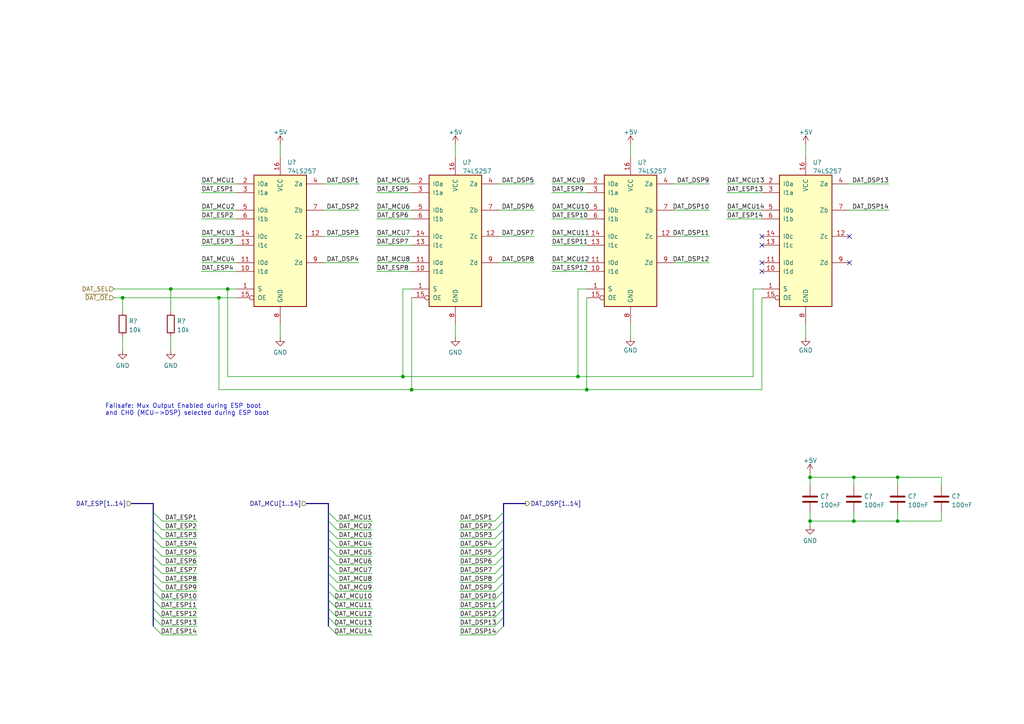
<source format=kicad_sch>
(kicad_sch (version 20211123) (generator eeschema)
  (paper "A4")
  (lib_symbols
    (symbol "74xx:74LS257" (pin_names (offset 1.016))
      (property "Reference" "U" (at -7.62 19.05 0))
      (property "Value" "74LS257" (at -7.62 -21.59 0))
      (symbol "74LS257_1_0"
        (pin input line (at -12.7 -15.24 0) (length 5.08) (name "S") (number "1"))
        (pin input line (at -12.7 -10.16 0) (length 5.08) (name "I1d") (number "10"))
        (pin input line (at -12.7 -7.62 0) (length 5.08) (name "I0d") (number "11"))
        (pin tri_state line (at 12.7 0 180) (length 5.08) (name "Zc") (number "12"))
        (pin input line (at -12.7 -2.54 0) (length 5.08) (name "I1c") (number "13"))
        (pin input line (at -12.7 0 0) (length 5.08) (name "I0c") (number "14"))
        (pin input inverted (at -12.7 -17.78 0) (length 5.08) (name "OE") (number "15"))
        (pin power_in line (at 0 22.86 270) (length 5.08) (name "VCC") (number "16"))
        (pin input line (at -12.7 15.24 0) (length 5.08) (name "I0a") (number "2"))
        (pin input line (at -12.7 12.7 0) (length 5.08) (name "I1a") (number "3"))
        (pin tri_state line (at 12.7 15.24 180) (length 5.08) (name "Za") (number "4"))
        (pin input line (at -12.7 7.62 0) (length 5.08) (name "I0b") (number "5"))
        (pin input line (at -12.7 5.08 0) (length 5.08) (name "I1b") (number "6"))
        (pin tri_state line (at 12.7 7.62 180) (length 5.08) (name "Zb") (number "7"))
        (pin power_in line (at 0 -25.4 90) (length 5.08) (name "GND") (number "8"))
        (pin tri_state line (at 12.7 -7.62 180) (length 5.08) (name "Zd") (number "9"))
      )
      (symbol "74LS257_1_1"
        (rectangle (start -7.62 17.78) (end 7.62 -20.32) (stroke (width 0.254)) (fill (type background)))
      )
    )
    (symbol "Device:C" (pin_numbers hide) (pin_names (offset 0.254))
      (property "Reference" "C" (at 0.635 2.54 0))
      (property "Value" "C" (at 0.635 -2.54 0))
      (symbol "C_0_1"
        (polyline (pts (xy -2.032 -0.762) (xy 2.032 -0.762)) (stroke (width 0.508)))
        (polyline (pts (xy -2.032 0.762) (xy 2.032 0.762)) (stroke (width 0.508)))
      )
      (symbol "C_1_1"
        (pin passive line (at 0 3.81 270) (length 2.794) (name "~") (number "1"))
        (pin passive line (at 0 -3.81 90) (length 2.794) (name "~") (number "2"))
      )
    )
    (symbol "Device:R" (pin_numbers hide) (pin_names (offset 0))
      (property "Reference" "R" (at 2.032 0 90))
      (property "Value" "R" (at 0 0 90))
      (symbol "R_0_1"
        (rectangle (start -1.016 -2.54) (end 1.016 2.54) (stroke (width 0.254)))
      )
      (symbol "R_1_1"
        (pin passive line (at 0 3.81 270) (length 1.27) (name "~") (number "1"))
        (pin passive line (at 0 -3.81 90) (length 1.27) (name "~") (number "2"))
      )
    )
    (symbol "power:+5V" (power) (pin_names (offset 0))
      (property "Value" "+5V" (at 0 3.556 0))
      (symbol "+5V_0_1"
        (polyline (pts (xy -0.762 1.27) (xy 0 2.54)))
        (polyline (pts (xy 0 0) (xy 0 2.54)))
        (polyline (pts (xy 0 2.54) (xy 0.762 1.27)))
      )
      (symbol "+5V_1_1"
        (pin power_in line (at 0 0 90) (length 0) hide (name "+5V") (number "1"))
      )
    )
    (symbol "power:GND" (power) (pin_names (offset 0))
      (property "Value" "GND" (at 0 -3.81 0))
      (symbol "GND_0_1"
        (polyline (pts (xy 0 0) (xy 0 -1.27) (xy 1.27 -1.27) (xy 0 -2.54) (xy -1.27 -1.27) (xy 0 -1.27)))
      )
      (symbol "GND_1_1"
        (pin power_in line (at 0 0 270) (length 0) hide (name "GND") (number "1"))
      )
    )
  )
  (junction (at 167.64 109.22))
  (junction (at 247.65 151.13))
  (junction (at 234.95 151.13))
  (junction (at 116.84 109.22))
  (junction (at 119.38 113.03))
  (junction (at 63.5 86.36))
  (junction (at 66.04 83.82))
  (junction (at 49.53 83.82))
  (junction (at 260.35 151.13))
  (junction (at 35.56 86.36))
  (junction (at 234.95 138.43))
  (junction (at 260.35 138.43))
  (junction (at 247.65 138.43))
  (junction (at 170.18 113.03))
  (no_connect (at 220.98 76.2))
  (no_connect (at 246.38 76.2))
  (no_connect (at 220.98 71.12))
  (no_connect (at 246.38 68.58))
  (no_connect (at 220.98 68.58))
  (no_connect (at 220.98 78.74))
  (bus_entry (at 146.05 179.07) (size -2.54 2.54))
  (bus_entry (at 95.25 173.99) (size 2.54 2.54))
  (bus_entry (at 44.45 171.45) (size 2.54 2.54))
  (bus_entry (at 146.05 158.75) (size -2.54 2.54))
  (bus_entry (at 95.25 151.13) (size 2.54 2.54))
  (bus_entry (at 146.05 181.61) (size -2.54 2.54))
  (bus_entry (at 146.05 173.99) (size -2.54 2.54))
  (bus_entry (at 146.05 168.91) (size -2.54 2.54))
  (bus_entry (at 95.25 166.37) (size 2.54 2.54))
  (bus_entry (at 146.05 161.29) (size -2.54 2.54))
  (bus_entry (at 44.45 181.61) (size 2.54 2.54))
  (bus_entry (at 95.25 158.75) (size 2.54 2.54))
  (bus_entry (at 146.05 148.59) (size -2.54 2.54))
  (bus_entry (at 44.45 176.53) (size 2.54 2.54))
  (bus_entry (at 146.05 163.83) (size -2.54 2.54))
  (bus_entry (at 44.45 166.37) (size 2.54 2.54))
  (bus_entry (at 146.05 151.13) (size -2.54 2.54))
  (bus_entry (at 146.05 153.67) (size -2.54 2.54))
  (bus_entry (at 95.25 171.45) (size 2.54 2.54))
  (bus_entry (at 95.25 179.07) (size 2.54 2.54))
  (bus_entry (at 95.25 176.53) (size 2.54 2.54))
  (bus_entry (at 95.25 153.67) (size 2.54 2.54))
  (bus_entry (at 146.05 171.45) (size -2.54 2.54))
  (bus_entry (at 44.45 163.83) (size 2.54 2.54))
  (bus_entry (at 44.45 151.13) (size 2.54 2.54))
  (bus_entry (at 146.05 166.37) (size -2.54 2.54))
  (bus_entry (at 95.25 181.61) (size 2.54 2.54))
  (bus_entry (at 95.25 148.59) (size 2.54 2.54))
  (bus_entry (at 44.45 173.99) (size 2.54 2.54))
  (bus_entry (at 44.45 158.75) (size 2.54 2.54))
  (bus_entry (at 95.25 168.91) (size 2.54 2.54))
  (bus_entry (at 95.25 163.83) (size 2.54 2.54))
  (bus_entry (at 146.05 176.53) (size -2.54 2.54))
  (bus_entry (at 44.45 156.21) (size 2.54 2.54))
  (bus_entry (at 44.45 153.67) (size 2.54 2.54))
  (bus_entry (at 44.45 179.07) (size 2.54 2.54))
  (bus_entry (at 95.25 156.21) (size 2.54 2.54))
  (bus_entry (at 95.25 161.29) (size 2.54 2.54))
  (bus_entry (at 44.45 168.91) (size 2.54 2.54))
  (bus_entry (at 146.05 156.21) (size -2.54 2.54))
  (bus_entry (at 44.45 161.29) (size 2.54 2.54))
  (bus_entry (at 44.45 148.59) (size 2.54 2.54))
  (wire (pts (xy 46.99 179.07) (xy 57.15 179.07)))
  (wire (pts (xy 234.95 138.43) (xy 234.95 140.97)))
  (bus (pts (xy 95.25 156.21) (xy 95.25 158.75)))
  (wire (pts (xy 46.99 181.61) (xy 57.15 181.61)))
  (wire (pts (xy 234.95 148.59) (xy 234.95 151.13)))
  (bus (pts (xy 146.05 171.45) (xy 146.05 173.99)))
  (wire (pts (xy 58.42 78.74) (xy 68.58 78.74)))
  (wire (pts (xy 93.98 60.96) (xy 104.14 60.96)))
  (wire (pts (xy 97.79 161.29) (xy 107.95 161.29)))
  (bus (pts (xy 44.45 173.99) (xy 44.45 176.53)))
  (wire (pts (xy 58.42 68.58) (xy 68.58 68.58)))
  (wire (pts (xy 260.35 151.13) (xy 273.05 151.13)))
  (bus (pts (xy 146.05 153.67) (xy 146.05 156.21)))
  (wire (pts (xy 116.84 83.82) (xy 116.84 109.22)))
  (wire (pts (xy 66.04 83.82) (xy 68.58 83.82)))
  (bus (pts (xy 44.45 163.83) (xy 44.45 166.37)))
  (wire (pts (xy 116.84 109.22) (xy 167.64 109.22)))
  (wire (pts (xy 133.35 158.75) (xy 143.51 158.75)))
  (bus (pts (xy 146.05 166.37) (xy 146.05 168.91)))
  (bus (pts (xy 95.25 151.13) (xy 95.25 153.67)))
  (bus (pts (xy 38.1 146.05) (xy 44.45 146.05)))
  (wire (pts (xy 46.99 158.75) (xy 57.15 158.75)))
  (wire (pts (xy 260.35 148.59) (xy 260.35 151.13)))
  (wire (pts (xy 97.79 171.45) (xy 107.95 171.45)))
  (wire (pts (xy 58.42 60.96) (xy 68.58 60.96)))
  (bus (pts (xy 146.05 161.29) (xy 146.05 163.83)))
  (bus (pts (xy 95.25 161.29) (xy 95.25 163.83)))
  (bus (pts (xy 44.45 156.21) (xy 44.45 158.75)))
  (bus (pts (xy 44.45 179.07) (xy 44.45 181.61)))
  (wire (pts (xy 133.35 151.13) (xy 143.51 151.13)))
  (wire (pts (xy 247.65 151.13) (xy 234.95 151.13)))
  (wire (pts (xy 160.02 63.5) (xy 170.18 63.5)))
  (bus (pts (xy 44.45 146.05) (xy 44.45 148.59)))
  (wire (pts (xy 46.99 168.91) (xy 57.15 168.91)))
  (bus (pts (xy 95.25 146.05) (xy 95.25 148.59)))
  (wire (pts (xy 210.82 63.5) (xy 220.98 63.5)))
  (wire (pts (xy 195.58 68.58) (xy 205.74 68.58)))
  (bus (pts (xy 95.25 153.67) (xy 95.25 156.21)))
  (wire (pts (xy 195.58 60.96) (xy 205.74 60.96)))
  (wire (pts (xy 160.02 60.96) (xy 170.18 60.96)))
  (wire (pts (xy 182.88 93.98) (xy 182.88 97.79)))
  (wire (pts (xy 97.79 163.83) (xy 107.95 163.83)))
  (wire (pts (xy 218.44 109.22) (xy 218.44 83.82)))
  (bus (pts (xy 44.45 168.91) (xy 44.45 171.45)))
  (wire (pts (xy 220.98 113.03) (xy 170.18 113.03)))
  (wire (pts (xy 58.42 63.5) (xy 68.58 63.5)))
  (wire (pts (xy 109.22 71.12) (xy 119.38 71.12)))
  (wire (pts (xy 46.99 176.53) (xy 57.15 176.53)))
  (wire (pts (xy 246.38 53.34) (xy 257.81 53.34)))
  (wire (pts (xy 35.56 86.36) (xy 63.5 86.36)))
  (bus (pts (xy 146.05 176.53) (xy 146.05 179.07)))
  (wire (pts (xy 46.99 161.29) (xy 57.15 161.29)))
  (wire (pts (xy 167.64 83.82) (xy 167.64 109.22)))
  (wire (pts (xy 97.79 156.21) (xy 107.95 156.21)))
  (wire (pts (xy 247.65 140.97) (xy 247.65 138.43)))
  (wire (pts (xy 66.04 83.82) (xy 66.04 109.22)))
  (bus (pts (xy 95.25 163.83) (xy 95.25 166.37)))
  (wire (pts (xy 218.44 83.82) (xy 220.98 83.82)))
  (wire (pts (xy 63.5 86.36) (xy 68.58 86.36)))
  (wire (pts (xy 93.98 53.34) (xy 104.14 53.34)))
  (wire (pts (xy 133.35 171.45) (xy 143.51 171.45)))
  (wire (pts (xy 119.38 113.03) (xy 119.38 86.36)))
  (bus (pts (xy 44.45 153.67) (xy 44.45 156.21)))
  (bus (pts (xy 44.45 158.75) (xy 44.45 161.29)))
  (wire (pts (xy 58.42 76.2) (xy 68.58 76.2)))
  (wire (pts (xy 133.35 163.83) (xy 143.51 163.83)))
  (wire (pts (xy 93.98 68.58) (xy 104.14 68.58)))
  (wire (pts (xy 46.99 156.21) (xy 57.15 156.21)))
  (wire (pts (xy 49.53 97.79) (xy 49.53 101.6)))
  (bus (pts (xy 95.25 179.07) (xy 95.25 181.61)))
  (wire (pts (xy 97.79 179.07) (xy 107.95 179.07)))
  (wire (pts (xy 144.78 76.2) (xy 154.94 76.2)))
  (wire (pts (xy 210.82 60.96) (xy 220.98 60.96)))
  (wire (pts (xy 195.58 53.34) (xy 205.74 53.34)))
  (wire (pts (xy 144.78 60.96) (xy 154.94 60.96)))
  (bus (pts (xy 95.25 148.59) (xy 95.25 151.13)))
  (wire (pts (xy 133.35 153.67) (xy 143.51 153.67)))
  (wire (pts (xy 234.95 137.16) (xy 234.95 138.43)))
  (wire (pts (xy 260.35 151.13) (xy 247.65 151.13)))
  (wire (pts (xy 170.18 113.03) (xy 119.38 113.03)))
  (wire (pts (xy 46.99 166.37) (xy 57.15 166.37)))
  (wire (pts (xy 93.98 76.2) (xy 104.14 76.2)))
  (wire (pts (xy 144.78 68.58) (xy 154.94 68.58)))
  (wire (pts (xy 109.22 53.34) (xy 119.38 53.34)))
  (wire (pts (xy 160.02 71.12) (xy 170.18 71.12)))
  (bus (pts (xy 146.05 179.07) (xy 146.05 181.61)))
  (wire (pts (xy 109.22 63.5) (xy 119.38 63.5)))
  (bus (pts (xy 44.45 161.29) (xy 44.45 163.83)))
  (bus (pts (xy 95.25 158.75) (xy 95.25 161.29)))
  (wire (pts (xy 133.35 173.99) (xy 143.51 173.99)))
  (wire (pts (xy 167.64 109.22) (xy 218.44 109.22)))
  (wire (pts (xy 260.35 138.43) (xy 247.65 138.43)))
  (wire (pts (xy 97.79 181.61) (xy 107.95 181.61)))
  (wire (pts (xy 160.02 78.74) (xy 170.18 78.74)))
  (wire (pts (xy 81.28 41.91) (xy 81.28 45.72)))
  (wire (pts (xy 35.56 90.17) (xy 35.56 86.36)))
  (wire (pts (xy 46.99 173.99) (xy 57.15 173.99)))
  (wire (pts (xy 49.53 83.82) (xy 49.53 90.17)))
  (wire (pts (xy 220.98 86.36) (xy 220.98 113.03)))
  (wire (pts (xy 97.79 184.15) (xy 107.95 184.15)))
  (wire (pts (xy 109.22 55.88) (xy 119.38 55.88)))
  (bus (pts (xy 152.4 146.05) (xy 146.05 146.05)))
  (wire (pts (xy 109.22 60.96) (xy 119.38 60.96)))
  (wire (pts (xy 246.38 60.96) (xy 257.81 60.96)))
  (wire (pts (xy 97.79 173.99) (xy 107.95 173.99)))
  (wire (pts (xy 97.79 151.13) (xy 107.95 151.13)))
  (bus (pts (xy 146.05 151.13) (xy 146.05 153.67)))
  (bus (pts (xy 95.25 166.37) (xy 95.25 168.91)))
  (wire (pts (xy 33.02 83.82) (xy 49.53 83.82)))
  (wire (pts (xy 97.79 168.91) (xy 107.95 168.91)))
  (wire (pts (xy 210.82 53.34) (xy 220.98 53.34)))
  (bus (pts (xy 44.45 171.45) (xy 44.45 173.99)))
  (wire (pts (xy 97.79 166.37) (xy 107.95 166.37)))
  (wire (pts (xy 66.04 109.22) (xy 116.84 109.22)))
  (wire (pts (xy 109.22 76.2) (xy 119.38 76.2)))
  (wire (pts (xy 46.99 153.67) (xy 57.15 153.67)))
  (bus (pts (xy 146.05 156.21) (xy 146.05 158.75)))
  (wire (pts (xy 233.68 41.91) (xy 233.68 45.72)))
  (wire (pts (xy 170.18 83.82) (xy 167.64 83.82)))
  (wire (pts (xy 81.28 93.98) (xy 81.28 97.79)))
  (wire (pts (xy 160.02 68.58) (xy 170.18 68.58)))
  (wire (pts (xy 97.79 153.67) (xy 107.95 153.67)))
  (bus (pts (xy 88.9 146.05) (xy 95.25 146.05)))
  (wire (pts (xy 247.65 138.43) (xy 234.95 138.43)))
  (wire (pts (xy 233.68 93.98) (xy 233.68 97.79)))
  (bus (pts (xy 146.05 163.83) (xy 146.05 166.37)))
  (wire (pts (xy 119.38 83.82) (xy 116.84 83.82)))
  (wire (pts (xy 119.38 113.03) (xy 63.5 113.03)))
  (wire (pts (xy 97.79 176.53) (xy 107.95 176.53)))
  (wire (pts (xy 133.35 176.53) (xy 143.51 176.53)))
  (wire (pts (xy 144.78 53.34) (xy 154.94 53.34)))
  (wire (pts (xy 133.35 166.37) (xy 143.51 166.37)))
  (wire (pts (xy 182.88 41.91) (xy 182.88 45.72)))
  (wire (pts (xy 273.05 138.43) (xy 260.35 138.43)))
  (wire (pts (xy 97.79 158.75) (xy 107.95 158.75)))
  (wire (pts (xy 195.58 76.2) (xy 205.74 76.2)))
  (wire (pts (xy 260.35 140.97) (xy 260.35 138.43)))
  (wire (pts (xy 46.99 184.15) (xy 57.15 184.15)))
  (wire (pts (xy 170.18 113.03) (xy 170.18 86.36)))
  (wire (pts (xy 109.22 68.58) (xy 119.38 68.58)))
  (bus (pts (xy 44.45 148.59) (xy 44.45 151.13)))
  (wire (pts (xy 46.99 163.83) (xy 57.15 163.83)))
  (wire (pts (xy 46.99 171.45) (xy 57.15 171.45)))
  (wire (pts (xy 49.53 83.82) (xy 66.04 83.82)))
  (wire (pts (xy 109.22 78.74) (xy 119.38 78.74)))
  (wire (pts (xy 273.05 140.97) (xy 273.05 138.43)))
  (wire (pts (xy 234.95 151.13) (xy 234.95 152.4)))
  (bus (pts (xy 146.05 158.75) (xy 146.05 161.29)))
  (wire (pts (xy 133.35 179.07) (xy 143.51 179.07)))
  (wire (pts (xy 160.02 53.34) (xy 170.18 53.34)))
  (wire (pts (xy 58.42 55.88) (xy 68.58 55.88)))
  (wire (pts (xy 273.05 148.59) (xy 273.05 151.13)))
  (wire (pts (xy 133.35 156.21) (xy 143.51 156.21)))
  (wire (pts (xy 133.35 181.61) (xy 143.51 181.61)))
  (wire (pts (xy 58.42 71.12) (xy 68.58 71.12)))
  (wire (pts (xy 132.08 41.91) (xy 132.08 45.72)))
  (bus (pts (xy 95.25 176.53) (xy 95.25 179.07)))
  (bus (pts (xy 44.45 166.37) (xy 44.45 168.91)))
  (bus (pts (xy 95.25 168.91) (xy 95.25 171.45)))
  (wire (pts (xy 160.02 76.2) (xy 170.18 76.2)))
  (bus (pts (xy 44.45 176.53) (xy 44.45 179.07)))
  (wire (pts (xy 132.08 93.98) (xy 132.08 97.79)))
  (wire (pts (xy 133.35 161.29) (xy 143.51 161.29)))
  (wire (pts (xy 58.42 53.34) (xy 68.58 53.34)))
  (wire (pts (xy 247.65 148.59) (xy 247.65 151.13)))
  (bus (pts (xy 146.05 146.05) (xy 146.05 148.59)))
  (wire (pts (xy 46.99 151.13) (xy 57.15 151.13)))
  (bus (pts (xy 44.45 151.13) (xy 44.45 153.67)))
  (bus (pts (xy 146.05 148.59) (xy 146.05 151.13)))
  (wire (pts (xy 35.56 97.79) (xy 35.56 101.6)))
  (bus (pts (xy 95.25 171.45) (xy 95.25 173.99)))
  (wire (pts (xy 133.35 184.15) (xy 143.51 184.15)))
  (bus (pts (xy 146.05 168.91) (xy 146.05 171.45)))
  (wire (pts (xy 210.82 55.88) (xy 220.98 55.88)))
  (wire (pts (xy 160.02 55.88) (xy 170.18 55.88)))
  (wire (pts (xy 33.02 86.36) (xy 35.56 86.36)))
  (bus (pts (xy 95.25 173.99) (xy 95.25 176.53)))
  (wire (pts (xy 63.5 113.03) (xy 63.5 86.36)))
  (wire (pts (xy 133.35 168.91) (xy 143.51 168.91)))
  (bus (pts (xy 146.05 173.99) (xy 146.05 176.53)))
  (text "Failsafe: Mux Output Enabled during ESP boot\nand CH0 (MCU->DSP) selected during ESP boot" (at 30.48 120.65 0) (effects (font (size 1.27 1.27)) (justify left bottom)))
  (label "DAT_ESP11" (at 57.15 176.53 180))
  (label "DAT_MCU1" (at 58.42 53.34 0))
  (label "DAT_ESP4" (at 58.42 78.74 0))
  (label "DAT_DSP11" (at 205.74 68.58 180))
  (label "DAT_ESP1" (at 57.15 151.13 180))
  (label "DAT_DSP12" (at 205.74 76.2 180))
  (label "DAT_MCU14" (at 107.95 184.15 180))
  (label "DAT_MCU8" (at 107.95 168.91 180))
  (label "DAT_MCU13" (at 107.95 181.61 180))
  (label "DAT_DSP2" (at 133.35 153.67 0))
  (label "DAT_ESP7" (at 109.22 71.12 0))
  (label "DAT_MCU12" (at 107.95 179.07 180))
  (label "DAT_ESP10" (at 57.15 173.99 180))
  (label "DAT_ESP8" (at 109.22 78.74 0))
  (label "DAT_MCU7" (at 107.95 166.37 180))
  (label "DAT_MCU6" (at 109.22 60.96 0))
  (label "DAT_MCU4" (at 107.95 158.75 180))
  (label "DAT_ESP8" (at 57.15 168.91 180))
  (label "DAT_MCU11" (at 160.02 68.58 0))
  (label "DAT_DSP10" (at 133.35 173.99 0))
  (label "DAT_MCU11" (at 107.95 176.53 180))
  (label "DAT_MCU3" (at 58.42 68.58 0))
  (label "DAT_MCU7" (at 109.22 68.58 0))
  (label "DAT_ESP9" (at 160.02 55.88 0))
  (label "DAT_ESP2" (at 58.42 63.5 0))
  (label "DAT_DSP3" (at 133.35 156.21 0))
  (label "DAT_ESP9" (at 57.15 171.45 180))
  (label "DAT_DSP13" (at 257.81 53.34 180))
  (label "DAT_MCU14" (at 210.82 60.96 0))
  (label "DAT_DSP10" (at 205.74 60.96 180))
  (label "DAT_DSP5" (at 133.35 161.29 0))
  (label "DAT_DSP4" (at 104.14 76.2 180))
  (label "DAT_MCU2" (at 58.42 60.96 0))
  (label "DAT_MCU13" (at 210.82 53.34 0))
  (label "DAT_ESP14" (at 210.82 63.5 0))
  (label "DAT_ESP10" (at 160.02 63.5 0))
  (label "DAT_DSP9" (at 133.35 171.45 0))
  (label "DAT_ESP7" (at 57.15 166.37 180))
  (label "DAT_ESP12" (at 160.02 78.74 0))
  (label "DAT_DSP14" (at 257.81 60.96 180))
  (label "DAT_MCU5" (at 107.95 161.29 180))
  (label "DAT_DSP8" (at 133.35 168.91 0))
  (label "DAT_ESP1" (at 58.42 55.88 0))
  (label "DAT_ESP3" (at 57.15 156.21 180))
  (label "DAT_ESP11" (at 160.02 71.12 0))
  (label "DAT_DSP9" (at 205.74 53.34 180))
  (label "DAT_MCU3" (at 107.95 156.21 180))
  (label "DAT_DSP12" (at 133.35 179.07 0))
  (label "DAT_MCU1" (at 107.95 151.13 180))
  (label "DAT_DSP11" (at 133.35 176.53 0))
  (label "DAT_DSP3" (at 104.14 68.58 180))
  (label "DAT_ESP6" (at 57.15 163.83 180))
  (label "DAT_ESP3" (at 58.42 71.12 0))
  (label "DAT_ESP14" (at 57.15 184.15 180))
  (label "DAT_DSP14" (at 133.35 184.15 0))
  (label "DAT_DSP7" (at 154.94 68.58 180))
  (label "DAT_ESP6" (at 109.22 63.5 0))
  (label "DAT_MCU2" (at 107.95 153.67 180))
  (label "DAT_ESP5" (at 57.15 161.29 180))
  (label "DAT_MCU9" (at 107.95 171.45 180))
  (label "DAT_MCU6" (at 107.95 163.83 180))
  (label "DAT_DSP5" (at 154.94 53.34 180))
  (label "DAT_DSP8" (at 154.94 76.2 180))
  (label "DAT_MCU12" (at 160.02 76.2 0))
  (label "DAT_MCU10" (at 107.95 173.99 180))
  (label "DAT_DSP13" (at 133.35 181.61 0))
  (label "DAT_ESP5" (at 109.22 55.88 0))
  (label "DAT_DSP2" (at 104.14 60.96 180))
  (label "DAT_ESP13" (at 210.82 55.88 0))
  (label "DAT_MCU8" (at 109.22 76.2 0))
  (label "DAT_MCU4" (at 58.42 76.2 0))
  (label "DAT_DSP4" (at 133.35 158.75 0))
  (label "DAT_MCU10" (at 160.02 60.96 0))
  (label "DAT_MCU5" (at 109.22 53.34 0))
  (label "DAT_ESP2" (at 57.15 153.67 180))
  (label "DAT_DSP1" (at 104.14 53.34 180))
  (label "DAT_DSP6" (at 133.35 163.83 0))
  (label "DAT_DSP1" (at 133.35 151.13 0))
  (label "DAT_DSP7" (at 133.35 166.37 0))
  (label "DAT_ESP12" (at 57.15 179.07 180))
  (label "DAT_ESP4" (at 57.15 158.75 180))
  (label "DAT_ESP13" (at 57.15 181.61 180))
  (label "DAT_MCU9" (at 160.02 53.34 0))
  (label "DAT_DSP6" (at 154.94 60.96 180))
  (hierarchical_label "DAT_DSP[1..14]" (shape output) (at 152.4 146.05 0))
  (hierarchical_label "~{DAT_OE}" (shape input) (at 33.02 86.36 180))
  (hierarchical_label "DAT_SEL" (shape input) (at 33.02 83.82 180))
  (hierarchical_label "DAT_MCU[1..14]" (shape input) (at 88.9 146.05 180))
  (hierarchical_label "DAT_ESP[1..14]" (shape input) (at 38.1 146.05 180))
  (symbol (lib_id "74xx:74LS257") (at 233.68 68.58 0) (unit 1)
    (property "Reference" "U?" (at 235.6994 47.1002 0) (effects (justify left)))
    (property "Value" "74LS257" (at 235.6994 49.6371 0) (effects (justify left)))
    (property "Datasheet" "http://www.ti.com/lit/gpn/sn74LS257" (effects hide))
  )
  (symbol (lib_id "74xx:74LS257") (at 182.88 68.58 0) (unit 1)
    (property "Reference" "U?" (at 184.8994 47.1002 0) (effects (justify left)))
    (property "Value" "74LS257" (at 184.8994 49.6371 0) (effects (justify left)))
    (property "Datasheet" "http://www.ti.com/lit/gpn/sn74LS257" (effects hide))
  )
  (symbol (lib_id "74xx:74LS257") (at 81.28 68.58 0) (unit 1)
    (property "Reference" "U?" (at 83.2994 47.1002 0) (effects (justify left)))
    (property "Value" "74LS257" (at 83.2994 49.6371 0) (effects (justify left)))
    (property "Datasheet" "http://www.ti.com/lit/gpn/sn74LS257" (effects hide))
  )
  (symbol (lib_id "power:GND") (at 81.28 97.79 0) (unit 1)
    (property "Reference" "#PWR?" (effects hide))
    (property "Value" "GND" (at 81.28 102.2334 0))
  )
  (symbol (lib_id "74xx:74LS257") (at 132.08 68.58 0) (unit 1)
    (property "Reference" "U?" (at 134.0994 47.1002 0) (effects (justify left)))
    (property "Value" "74LS257" (at 134.0994 49.6371 0) (effects (justify left)))
    (property "Datasheet" "http://www.ti.com/lit/gpn/sn74LS257" (effects hide))
  )
  (symbol (lib_id "power:GND") (at 234.95 152.4 0) (unit 1)
    (property "Reference" "#PWR?" (effects hide))
    (property "Value" "GND" (at 234.95 156.8434 0))
  )
  (symbol (lib_id "power:+5V") (at 234.95 137.16 0) (unit 1)
    (property "Reference" "#PWR?" (effects hide))
    (property "Value" "+5V" (at 234.95 133.5842 0))
  )
  (symbol (lib_id "Device:C") (at 247.65 144.78 0) (unit 1)
    (property "Reference" "C?" (at 250.571 143.9453 0) (effects (justify left)))
    (property "Value" "100nF" (at 250.571 146.4822 0) (effects (justify left)))
  )
  (symbol (lib_id "power:+5V") (at 182.88 41.91 0) (unit 1)
    (property "Reference" "#PWR?" (effects hide))
    (property "Value" "+5V" (at 182.88 38.354 0))
  )
  (symbol (lib_id "power:GND") (at 233.68 97.79 0) (unit 1)
    (property "Reference" "#PWR?" (effects hide))
    (property "Value" "GND" (at 233.68 101.6 0))
  )
  (symbol (lib_id "Device:R") (at 49.53 93.98 0) (unit 1)
    (property "Reference" "R?" (at 51.308 93.1453 0) (effects (justify left)))
    (property "Value" "10k" (at 51.308 95.6822 0) (effects (justify left)))
  )
  (symbol (lib_id "Device:R") (at 35.56 93.98 0) (unit 1)
    (property "Reference" "R?" (at 37.338 93.1453 0) (effects (justify left)))
    (property "Value" "10k" (at 37.338 95.6822 0) (effects (justify left)))
  )
  (symbol (lib_id "power:GND") (at 49.53 101.6 0) (unit 1)
    (property "Reference" "#PWR?" (effects hide))
    (property "Value" "GND" (at 49.53 106.0434 0))
  )
  (symbol (lib_id "power:GND") (at 35.56 101.6 0) (unit 1)
    (property "Reference" "#PWR?" (effects hide))
    (property "Value" "GND" (at 35.56 106.0434 0))
  )
  (symbol (lib_id "power:+5V") (at 132.08 41.91 0) (unit 1)
    (property "Reference" "#PWR?" (effects hide))
    (property "Value" "+5V" (at 132.08 38.354 0))
  )
  (symbol (lib_id "Device:C") (at 260.35 144.78 0) (unit 1)
    (property "Reference" "C?" (at 263.271 143.9453 0) (effects (justify left)))
    (property "Value" "100nF" (at 263.271 146.4822 0) (effects (justify left)))
  )
  (symbol (lib_id "power:GND") (at 182.88 97.79 0) (unit 1)
    (property "Reference" "#PWR?" (effects hide))
    (property "Value" "GND" (at 182.88 101.6 0))
  )
  (symbol (lib_id "power:+5V") (at 81.28 41.91 0) (unit 1)
    (property "Reference" "#PWR?" (effects hide))
    (property "Value" "+5V" (at 81.28 38.3342 0))
  )
  (symbol (lib_id "power:+5V") (at 233.68 41.91 0) (unit 1)
    (property "Reference" "#PWR?" (effects hide))
    (property "Value" "+5V" (at 233.68 38.354 0))
  )
  (symbol (lib_id "power:GND") (at 132.08 97.79 0) (unit 1)
    (property "Reference" "#PWR?" (effects hide))
    (property "Value" "GND" (at 132.08 102.2334 0))
  )
  (symbol (lib_id "Device:C") (at 273.05 144.78 0) (unit 1)
    (property "Reference" "C?" (at 275.971 143.9453 0) (effects (justify left)))
    (property "Value" "100nF" (at 275.971 146.4822 0) (effects (justify left)))
  )
  (symbol (lib_id "Device:C") (at 234.95 144.78 0) (unit 1)
    (property "Reference" "C?" (at 237.871 143.9453 0) (effects (justify left)))
    (property "Value" "100nF" (at 237.871 146.4822 0) (effects (justify left)))
  )
)
</source>
